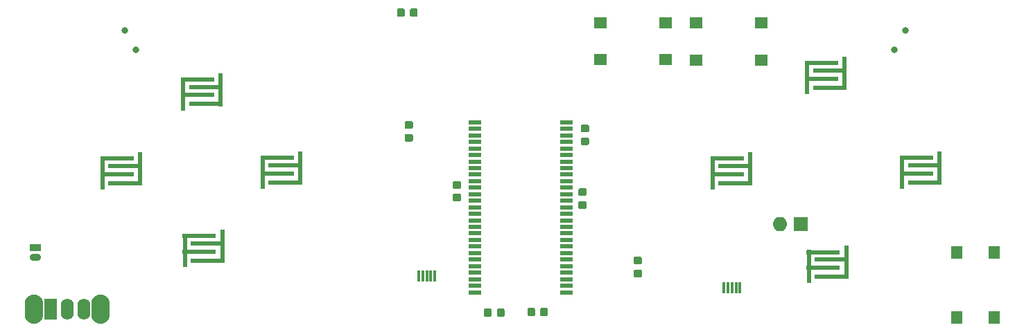
<source format=gbr>
G04 #@! TF.GenerationSoftware,KiCad,Pcbnew,5.1.3-ffb9f22~84~ubuntu18.10.1*
G04 #@! TF.CreationDate,2019-11-11T13:28:35-06:00*
G04 #@! TF.ProjectId,BurnedHead,4275726e-6564-4486-9561-642e6b696361,rev?*
G04 #@! TF.SameCoordinates,Original*
G04 #@! TF.FileFunction,Soldermask,Top*
G04 #@! TF.FilePolarity,Negative*
%FSLAX46Y46*%
G04 Gerber Fmt 4.6, Leading zero omitted, Abs format (unit mm)*
G04 Created by KiCad (PCBNEW 5.1.3-ffb9f22~84~ubuntu18.10.1) date 2019-11-11 13:28:35*
%MOMM*%
%LPD*%
G04 APERTURE LIST*
%ADD10O,1.776200X1.776200*%
%ADD11R,1.776200X1.776200*%
%ADD12R,0.376200X1.376200*%
%ADD13C,0.100000*%
%ADD14C,0.951200*%
%ADD15R,1.516200X0.626200*%
%ADD16R,1.376200X1.626200*%
%ADD17R,1.626200X1.376200*%
%ADD18C,0.826200*%
%ADD19R,1.376200X0.876200*%
%ADD20O,1.376200X0.876200*%
%ADD21R,4.076200X0.576200*%
%ADD22R,0.576200X4.076200*%
%ADD23R,1.576200X2.576200*%
%ADD24O,1.576200X2.576200*%
%ADD25O,2.276200X3.576200*%
G04 APERTURE END LIST*
D10*
X247604280Y-168516300D03*
D11*
X250144280Y-168516300D03*
D12*
X240754660Y-176314620D03*
X241254660Y-176314620D03*
X241754660Y-176314620D03*
X242254660Y-176314620D03*
X242754660Y-176314620D03*
D13*
G36*
X224106899Y-156356280D02*
G01*
X224129983Y-156359704D01*
X224152621Y-156365375D01*
X224174593Y-156373236D01*
X224195689Y-156383214D01*
X224215706Y-156395212D01*
X224234450Y-156409113D01*
X224251741Y-156424785D01*
X224267413Y-156442076D01*
X224281314Y-156460820D01*
X224293312Y-156480837D01*
X224303290Y-156501933D01*
X224311151Y-156523905D01*
X224316822Y-156546543D01*
X224320246Y-156569627D01*
X224321391Y-156592935D01*
X224321391Y-157068535D01*
X224320246Y-157091843D01*
X224316822Y-157114927D01*
X224311151Y-157137565D01*
X224303290Y-157159537D01*
X224293312Y-157180633D01*
X224281314Y-157200650D01*
X224267413Y-157219394D01*
X224251741Y-157236685D01*
X224234450Y-157252357D01*
X224215706Y-157266258D01*
X224195689Y-157278256D01*
X224174593Y-157288234D01*
X224152621Y-157296095D01*
X224129983Y-157301766D01*
X224106899Y-157305190D01*
X224083591Y-157306335D01*
X223532991Y-157306335D01*
X223509683Y-157305190D01*
X223486599Y-157301766D01*
X223463961Y-157296095D01*
X223441989Y-157288234D01*
X223420893Y-157278256D01*
X223400876Y-157266258D01*
X223382132Y-157252357D01*
X223364841Y-157236685D01*
X223349169Y-157219394D01*
X223335268Y-157200650D01*
X223323270Y-157180633D01*
X223313292Y-157159537D01*
X223305431Y-157137565D01*
X223299760Y-157114927D01*
X223296336Y-157091843D01*
X223295191Y-157068535D01*
X223295191Y-156592935D01*
X223296336Y-156569627D01*
X223299760Y-156546543D01*
X223305431Y-156523905D01*
X223313292Y-156501933D01*
X223323270Y-156480837D01*
X223335268Y-156460820D01*
X223349169Y-156442076D01*
X223364841Y-156424785D01*
X223382132Y-156409113D01*
X223400876Y-156395212D01*
X223420893Y-156383214D01*
X223441989Y-156373236D01*
X223463961Y-156365375D01*
X223486599Y-156359704D01*
X223509683Y-156356280D01*
X223532991Y-156355135D01*
X224083591Y-156355135D01*
X224106899Y-156356280D01*
X224106899Y-156356280D01*
G37*
D14*
X223808291Y-156830735D03*
D13*
G36*
X224106899Y-157931280D02*
G01*
X224129983Y-157934704D01*
X224152621Y-157940375D01*
X224174593Y-157948236D01*
X224195689Y-157958214D01*
X224215706Y-157970212D01*
X224234450Y-157984113D01*
X224251741Y-157999785D01*
X224267413Y-158017076D01*
X224281314Y-158035820D01*
X224293312Y-158055837D01*
X224303290Y-158076933D01*
X224311151Y-158098905D01*
X224316822Y-158121543D01*
X224320246Y-158144627D01*
X224321391Y-158167935D01*
X224321391Y-158643535D01*
X224320246Y-158666843D01*
X224316822Y-158689927D01*
X224311151Y-158712565D01*
X224303290Y-158734537D01*
X224293312Y-158755633D01*
X224281314Y-158775650D01*
X224267413Y-158794394D01*
X224251741Y-158811685D01*
X224234450Y-158827357D01*
X224215706Y-158841258D01*
X224195689Y-158853256D01*
X224174593Y-158863234D01*
X224152621Y-158871095D01*
X224129983Y-158876766D01*
X224106899Y-158880190D01*
X224083591Y-158881335D01*
X223532991Y-158881335D01*
X223509683Y-158880190D01*
X223486599Y-158876766D01*
X223463961Y-158871095D01*
X223441989Y-158863234D01*
X223420893Y-158853256D01*
X223400876Y-158841258D01*
X223382132Y-158827357D01*
X223364841Y-158811685D01*
X223349169Y-158794394D01*
X223335268Y-158775650D01*
X223323270Y-158755633D01*
X223313292Y-158734537D01*
X223305431Y-158712565D01*
X223299760Y-158689927D01*
X223296336Y-158666843D01*
X223295191Y-158643535D01*
X223295191Y-158167935D01*
X223296336Y-158144627D01*
X223299760Y-158121543D01*
X223305431Y-158098905D01*
X223313292Y-158076933D01*
X223323270Y-158055837D01*
X223335268Y-158035820D01*
X223349169Y-158017076D01*
X223364841Y-157999785D01*
X223382132Y-157984113D01*
X223400876Y-157970212D01*
X223420893Y-157958214D01*
X223441989Y-157948236D01*
X223463961Y-157940375D01*
X223486599Y-157934704D01*
X223509683Y-157931280D01*
X223532991Y-157930135D01*
X224083591Y-157930135D01*
X224106899Y-157931280D01*
X224106899Y-157931280D01*
G37*
D14*
X223808291Y-158405735D03*
D13*
G36*
X223809129Y-165715215D02*
G01*
X223832213Y-165718639D01*
X223854851Y-165724310D01*
X223876823Y-165732171D01*
X223897919Y-165742149D01*
X223917936Y-165754147D01*
X223936680Y-165768048D01*
X223953971Y-165783720D01*
X223969643Y-165801011D01*
X223983544Y-165819755D01*
X223995542Y-165839772D01*
X224005520Y-165860868D01*
X224013381Y-165882840D01*
X224019052Y-165905478D01*
X224022476Y-165928562D01*
X224023621Y-165951870D01*
X224023621Y-166427470D01*
X224022476Y-166450778D01*
X224019052Y-166473862D01*
X224013381Y-166496500D01*
X224005520Y-166518472D01*
X223995542Y-166539568D01*
X223983544Y-166559585D01*
X223969643Y-166578329D01*
X223953971Y-166595620D01*
X223936680Y-166611292D01*
X223917936Y-166625193D01*
X223897919Y-166637191D01*
X223876823Y-166647169D01*
X223854851Y-166655030D01*
X223832213Y-166660701D01*
X223809129Y-166664125D01*
X223785821Y-166665270D01*
X223235221Y-166665270D01*
X223211913Y-166664125D01*
X223188829Y-166660701D01*
X223166191Y-166655030D01*
X223144219Y-166647169D01*
X223123123Y-166637191D01*
X223103106Y-166625193D01*
X223084362Y-166611292D01*
X223067071Y-166595620D01*
X223051399Y-166578329D01*
X223037498Y-166559585D01*
X223025500Y-166539568D01*
X223015522Y-166518472D01*
X223007661Y-166496500D01*
X223001990Y-166473862D01*
X222998566Y-166450778D01*
X222997421Y-166427470D01*
X222997421Y-165951870D01*
X222998566Y-165928562D01*
X223001990Y-165905478D01*
X223007661Y-165882840D01*
X223015522Y-165860868D01*
X223025500Y-165839772D01*
X223037498Y-165819755D01*
X223051399Y-165801011D01*
X223067071Y-165783720D01*
X223084362Y-165768048D01*
X223103106Y-165754147D01*
X223123123Y-165742149D01*
X223144219Y-165732171D01*
X223166191Y-165724310D01*
X223188829Y-165718639D01*
X223211913Y-165715215D01*
X223235221Y-165714070D01*
X223785821Y-165714070D01*
X223809129Y-165715215D01*
X223809129Y-165715215D01*
G37*
D14*
X223510521Y-166189670D03*
D13*
G36*
X223809129Y-164140215D02*
G01*
X223832213Y-164143639D01*
X223854851Y-164149310D01*
X223876823Y-164157171D01*
X223897919Y-164167149D01*
X223917936Y-164179147D01*
X223936680Y-164193048D01*
X223953971Y-164208720D01*
X223969643Y-164226011D01*
X223983544Y-164244755D01*
X223995542Y-164264772D01*
X224005520Y-164285868D01*
X224013381Y-164307840D01*
X224019052Y-164330478D01*
X224022476Y-164353562D01*
X224023621Y-164376870D01*
X224023621Y-164852470D01*
X224022476Y-164875778D01*
X224019052Y-164898862D01*
X224013381Y-164921500D01*
X224005520Y-164943472D01*
X223995542Y-164964568D01*
X223983544Y-164984585D01*
X223969643Y-165003329D01*
X223953971Y-165020620D01*
X223936680Y-165036292D01*
X223917936Y-165050193D01*
X223897919Y-165062191D01*
X223876823Y-165072169D01*
X223854851Y-165080030D01*
X223832213Y-165085701D01*
X223809129Y-165089125D01*
X223785821Y-165090270D01*
X223235221Y-165090270D01*
X223211913Y-165089125D01*
X223188829Y-165085701D01*
X223166191Y-165080030D01*
X223144219Y-165072169D01*
X223123123Y-165062191D01*
X223103106Y-165050193D01*
X223084362Y-165036292D01*
X223067071Y-165020620D01*
X223051399Y-165003329D01*
X223037498Y-164984585D01*
X223025500Y-164964568D01*
X223015522Y-164943472D01*
X223007661Y-164921500D01*
X223001990Y-164898862D01*
X222998566Y-164875778D01*
X222997421Y-164852470D01*
X222997421Y-164376870D01*
X222998566Y-164353562D01*
X223001990Y-164330478D01*
X223007661Y-164307840D01*
X223015522Y-164285868D01*
X223025500Y-164264772D01*
X223037498Y-164244755D01*
X223051399Y-164226011D01*
X223067071Y-164208720D01*
X223084362Y-164193048D01*
X223103106Y-164179147D01*
X223123123Y-164167149D01*
X223144219Y-164157171D01*
X223166191Y-164149310D01*
X223188829Y-164143639D01*
X223211913Y-164140215D01*
X223235221Y-164139070D01*
X223785821Y-164139070D01*
X223809129Y-164140215D01*
X223809129Y-164140215D01*
G37*
D14*
X223510521Y-164614670D03*
D13*
G36*
X202594033Y-155918129D02*
G01*
X202617117Y-155921553D01*
X202639755Y-155927224D01*
X202661727Y-155935085D01*
X202682823Y-155945063D01*
X202702840Y-155957061D01*
X202721584Y-155970962D01*
X202738875Y-155986634D01*
X202754547Y-156003925D01*
X202768448Y-156022669D01*
X202780446Y-156042686D01*
X202790424Y-156063782D01*
X202798285Y-156085754D01*
X202803956Y-156108392D01*
X202807380Y-156131476D01*
X202808525Y-156154784D01*
X202808525Y-156630384D01*
X202807380Y-156653692D01*
X202803956Y-156676776D01*
X202798285Y-156699414D01*
X202790424Y-156721386D01*
X202780446Y-156742482D01*
X202768448Y-156762499D01*
X202754547Y-156781243D01*
X202738875Y-156798534D01*
X202721584Y-156814206D01*
X202702840Y-156828107D01*
X202682823Y-156840105D01*
X202661727Y-156850083D01*
X202639755Y-156857944D01*
X202617117Y-156863615D01*
X202594033Y-156867039D01*
X202570725Y-156868184D01*
X202020125Y-156868184D01*
X201996817Y-156867039D01*
X201973733Y-156863615D01*
X201951095Y-156857944D01*
X201929123Y-156850083D01*
X201908027Y-156840105D01*
X201888010Y-156828107D01*
X201869266Y-156814206D01*
X201851975Y-156798534D01*
X201836303Y-156781243D01*
X201822402Y-156762499D01*
X201810404Y-156742482D01*
X201800426Y-156721386D01*
X201792565Y-156699414D01*
X201786894Y-156676776D01*
X201783470Y-156653692D01*
X201782325Y-156630384D01*
X201782325Y-156154784D01*
X201783470Y-156131476D01*
X201786894Y-156108392D01*
X201792565Y-156085754D01*
X201800426Y-156063782D01*
X201810404Y-156042686D01*
X201822402Y-156022669D01*
X201836303Y-156003925D01*
X201851975Y-155986634D01*
X201869266Y-155970962D01*
X201888010Y-155957061D01*
X201908027Y-155945063D01*
X201929123Y-155935085D01*
X201951095Y-155927224D01*
X201973733Y-155921553D01*
X201996817Y-155918129D01*
X202020125Y-155916984D01*
X202570725Y-155916984D01*
X202594033Y-155918129D01*
X202594033Y-155918129D01*
G37*
D14*
X202295425Y-156392584D03*
D13*
G36*
X202594033Y-157493129D02*
G01*
X202617117Y-157496553D01*
X202639755Y-157502224D01*
X202661727Y-157510085D01*
X202682823Y-157520063D01*
X202702840Y-157532061D01*
X202721584Y-157545962D01*
X202738875Y-157561634D01*
X202754547Y-157578925D01*
X202768448Y-157597669D01*
X202780446Y-157617686D01*
X202790424Y-157638782D01*
X202798285Y-157660754D01*
X202803956Y-157683392D01*
X202807380Y-157706476D01*
X202808525Y-157729784D01*
X202808525Y-158205384D01*
X202807380Y-158228692D01*
X202803956Y-158251776D01*
X202798285Y-158274414D01*
X202790424Y-158296386D01*
X202780446Y-158317482D01*
X202768448Y-158337499D01*
X202754547Y-158356243D01*
X202738875Y-158373534D01*
X202721584Y-158389206D01*
X202702840Y-158403107D01*
X202682823Y-158415105D01*
X202661727Y-158425083D01*
X202639755Y-158432944D01*
X202617117Y-158438615D01*
X202594033Y-158442039D01*
X202570725Y-158443184D01*
X202020125Y-158443184D01*
X201996817Y-158442039D01*
X201973733Y-158438615D01*
X201951095Y-158432944D01*
X201929123Y-158425083D01*
X201908027Y-158415105D01*
X201888010Y-158403107D01*
X201869266Y-158389206D01*
X201851975Y-158373534D01*
X201836303Y-158356243D01*
X201822402Y-158337499D01*
X201810404Y-158317482D01*
X201800426Y-158296386D01*
X201792565Y-158274414D01*
X201786894Y-158251776D01*
X201783470Y-158228692D01*
X201782325Y-158205384D01*
X201782325Y-157729784D01*
X201783470Y-157706476D01*
X201786894Y-157683392D01*
X201792565Y-157660754D01*
X201800426Y-157638782D01*
X201810404Y-157617686D01*
X201822402Y-157597669D01*
X201836303Y-157578925D01*
X201851975Y-157561634D01*
X201869266Y-157545962D01*
X201888010Y-157532061D01*
X201908027Y-157520063D01*
X201929123Y-157510085D01*
X201951095Y-157502224D01*
X201973733Y-157496553D01*
X201996817Y-157493129D01*
X202020125Y-157491984D01*
X202570725Y-157491984D01*
X202594033Y-157493129D01*
X202594033Y-157493129D01*
G37*
D14*
X202295425Y-157967584D03*
D13*
G36*
X213786642Y-178864687D02*
G01*
X213809726Y-178868111D01*
X213832364Y-178873782D01*
X213854336Y-178881643D01*
X213875432Y-178891621D01*
X213895449Y-178903619D01*
X213914193Y-178917520D01*
X213931484Y-178933192D01*
X213947156Y-178950483D01*
X213961057Y-178969227D01*
X213973055Y-178989244D01*
X213983033Y-179010340D01*
X213990894Y-179032312D01*
X213996565Y-179054950D01*
X213999989Y-179078034D01*
X214001134Y-179101342D01*
X214001134Y-179651942D01*
X213999989Y-179675250D01*
X213996565Y-179698334D01*
X213990894Y-179720972D01*
X213983033Y-179742944D01*
X213973055Y-179764040D01*
X213961057Y-179784057D01*
X213947156Y-179802801D01*
X213931484Y-179820092D01*
X213914193Y-179835764D01*
X213895449Y-179849665D01*
X213875432Y-179861663D01*
X213854336Y-179871641D01*
X213832364Y-179879502D01*
X213809726Y-179885173D01*
X213786642Y-179888597D01*
X213763334Y-179889742D01*
X213287734Y-179889742D01*
X213264426Y-179888597D01*
X213241342Y-179885173D01*
X213218704Y-179879502D01*
X213196732Y-179871641D01*
X213175636Y-179861663D01*
X213155619Y-179849665D01*
X213136875Y-179835764D01*
X213119584Y-179820092D01*
X213103912Y-179802801D01*
X213090011Y-179784057D01*
X213078013Y-179764040D01*
X213068035Y-179742944D01*
X213060174Y-179720972D01*
X213054503Y-179698334D01*
X213051079Y-179675250D01*
X213049934Y-179651942D01*
X213049934Y-179101342D01*
X213051079Y-179078034D01*
X213054503Y-179054950D01*
X213060174Y-179032312D01*
X213068035Y-179010340D01*
X213078013Y-178989244D01*
X213090011Y-178969227D01*
X213103912Y-178950483D01*
X213119584Y-178933192D01*
X213136875Y-178917520D01*
X213155619Y-178903619D01*
X213175636Y-178891621D01*
X213196732Y-178881643D01*
X213218704Y-178873782D01*
X213241342Y-178868111D01*
X213264426Y-178864687D01*
X213287734Y-178863542D01*
X213763334Y-178863542D01*
X213786642Y-178864687D01*
X213786642Y-178864687D01*
G37*
D14*
X213525534Y-179376642D03*
D13*
G36*
X212211642Y-178864687D02*
G01*
X212234726Y-178868111D01*
X212257364Y-178873782D01*
X212279336Y-178881643D01*
X212300432Y-178891621D01*
X212320449Y-178903619D01*
X212339193Y-178917520D01*
X212356484Y-178933192D01*
X212372156Y-178950483D01*
X212386057Y-178969227D01*
X212398055Y-178989244D01*
X212408033Y-179010340D01*
X212415894Y-179032312D01*
X212421565Y-179054950D01*
X212424989Y-179078034D01*
X212426134Y-179101342D01*
X212426134Y-179651942D01*
X212424989Y-179675250D01*
X212421565Y-179698334D01*
X212415894Y-179720972D01*
X212408033Y-179742944D01*
X212398055Y-179764040D01*
X212386057Y-179784057D01*
X212372156Y-179802801D01*
X212356484Y-179820092D01*
X212339193Y-179835764D01*
X212320449Y-179849665D01*
X212300432Y-179861663D01*
X212279336Y-179871641D01*
X212257364Y-179879502D01*
X212234726Y-179885173D01*
X212211642Y-179888597D01*
X212188334Y-179889742D01*
X211712734Y-179889742D01*
X211689426Y-179888597D01*
X211666342Y-179885173D01*
X211643704Y-179879502D01*
X211621732Y-179871641D01*
X211600636Y-179861663D01*
X211580619Y-179849665D01*
X211561875Y-179835764D01*
X211544584Y-179820092D01*
X211528912Y-179802801D01*
X211515011Y-179784057D01*
X211503013Y-179764040D01*
X211493035Y-179742944D01*
X211485174Y-179720972D01*
X211479503Y-179698334D01*
X211476079Y-179675250D01*
X211474934Y-179651942D01*
X211474934Y-179101342D01*
X211476079Y-179078034D01*
X211479503Y-179054950D01*
X211485174Y-179032312D01*
X211493035Y-179010340D01*
X211503013Y-178989244D01*
X211515011Y-178969227D01*
X211528912Y-178950483D01*
X211544584Y-178933192D01*
X211561875Y-178917520D01*
X211580619Y-178903619D01*
X211600636Y-178891621D01*
X211621732Y-178881643D01*
X211643704Y-178873782D01*
X211666342Y-178868111D01*
X211689426Y-178864687D01*
X211712734Y-178863542D01*
X212188334Y-178863542D01*
X212211642Y-178864687D01*
X212211642Y-178864687D01*
G37*
D14*
X211950534Y-179376642D03*
D13*
G36*
X219087288Y-178776485D02*
G01*
X219110372Y-178779909D01*
X219133010Y-178785580D01*
X219154982Y-178793441D01*
X219176078Y-178803419D01*
X219196095Y-178815417D01*
X219214839Y-178829318D01*
X219232130Y-178844990D01*
X219247802Y-178862281D01*
X219261703Y-178881025D01*
X219273701Y-178901042D01*
X219283679Y-178922138D01*
X219291540Y-178944110D01*
X219297211Y-178966748D01*
X219300635Y-178989832D01*
X219301780Y-179013140D01*
X219301780Y-179563740D01*
X219300635Y-179587048D01*
X219297211Y-179610132D01*
X219291540Y-179632770D01*
X219283679Y-179654742D01*
X219273701Y-179675838D01*
X219261703Y-179695855D01*
X219247802Y-179714599D01*
X219232130Y-179731890D01*
X219214839Y-179747562D01*
X219196095Y-179761463D01*
X219176078Y-179773461D01*
X219154982Y-179783439D01*
X219133010Y-179791300D01*
X219110372Y-179796971D01*
X219087288Y-179800395D01*
X219063980Y-179801540D01*
X218588380Y-179801540D01*
X218565072Y-179800395D01*
X218541988Y-179796971D01*
X218519350Y-179791300D01*
X218497378Y-179783439D01*
X218476282Y-179773461D01*
X218456265Y-179761463D01*
X218437521Y-179747562D01*
X218420230Y-179731890D01*
X218404558Y-179714599D01*
X218390657Y-179695855D01*
X218378659Y-179675838D01*
X218368681Y-179654742D01*
X218360820Y-179632770D01*
X218355149Y-179610132D01*
X218351725Y-179587048D01*
X218350580Y-179563740D01*
X218350580Y-179013140D01*
X218351725Y-178989832D01*
X218355149Y-178966748D01*
X218360820Y-178944110D01*
X218368681Y-178922138D01*
X218378659Y-178901042D01*
X218390657Y-178881025D01*
X218404558Y-178862281D01*
X218420230Y-178844990D01*
X218437521Y-178829318D01*
X218456265Y-178815417D01*
X218476282Y-178803419D01*
X218497378Y-178793441D01*
X218519350Y-178785580D01*
X218541988Y-178779909D01*
X218565072Y-178776485D01*
X218588380Y-178775340D01*
X219063980Y-178775340D01*
X219087288Y-178776485D01*
X219087288Y-178776485D01*
G37*
D14*
X218826180Y-179288440D03*
D13*
G36*
X217512288Y-178776485D02*
G01*
X217535372Y-178779909D01*
X217558010Y-178785580D01*
X217579982Y-178793441D01*
X217601078Y-178803419D01*
X217621095Y-178815417D01*
X217639839Y-178829318D01*
X217657130Y-178844990D01*
X217672802Y-178862281D01*
X217686703Y-178881025D01*
X217698701Y-178901042D01*
X217708679Y-178922138D01*
X217716540Y-178944110D01*
X217722211Y-178966748D01*
X217725635Y-178989832D01*
X217726780Y-179013140D01*
X217726780Y-179563740D01*
X217725635Y-179587048D01*
X217722211Y-179610132D01*
X217716540Y-179632770D01*
X217708679Y-179654742D01*
X217698701Y-179675838D01*
X217686703Y-179695855D01*
X217672802Y-179714599D01*
X217657130Y-179731890D01*
X217639839Y-179747562D01*
X217621095Y-179761463D01*
X217601078Y-179773461D01*
X217579982Y-179783439D01*
X217558010Y-179791300D01*
X217535372Y-179796971D01*
X217512288Y-179800395D01*
X217488980Y-179801540D01*
X217013380Y-179801540D01*
X216990072Y-179800395D01*
X216966988Y-179796971D01*
X216944350Y-179791300D01*
X216922378Y-179783439D01*
X216901282Y-179773461D01*
X216881265Y-179761463D01*
X216862521Y-179747562D01*
X216845230Y-179731890D01*
X216829558Y-179714599D01*
X216815657Y-179695855D01*
X216803659Y-179675838D01*
X216793681Y-179654742D01*
X216785820Y-179632770D01*
X216780149Y-179610132D01*
X216776725Y-179587048D01*
X216775580Y-179563740D01*
X216775580Y-179013140D01*
X216776725Y-178989832D01*
X216780149Y-178966748D01*
X216785820Y-178944110D01*
X216793681Y-178922138D01*
X216803659Y-178901042D01*
X216815657Y-178881025D01*
X216829558Y-178862281D01*
X216845230Y-178844990D01*
X216862521Y-178829318D01*
X216881265Y-178815417D01*
X216901282Y-178803419D01*
X216922378Y-178793441D01*
X216944350Y-178785580D01*
X216966988Y-178779909D01*
X216990072Y-178776485D01*
X217013380Y-178775340D01*
X217488980Y-178775340D01*
X217512288Y-178776485D01*
X217512288Y-178776485D01*
G37*
D14*
X217251180Y-179288440D03*
D13*
G36*
X230562308Y-174094765D02*
G01*
X230585392Y-174098189D01*
X230608030Y-174103860D01*
X230630002Y-174111721D01*
X230651098Y-174121699D01*
X230671115Y-174133697D01*
X230689859Y-174147598D01*
X230707150Y-174163270D01*
X230722822Y-174180561D01*
X230736723Y-174199305D01*
X230748721Y-174219322D01*
X230758699Y-174240418D01*
X230766560Y-174262390D01*
X230772231Y-174285028D01*
X230775655Y-174308112D01*
X230776800Y-174331420D01*
X230776800Y-174807020D01*
X230775655Y-174830328D01*
X230772231Y-174853412D01*
X230766560Y-174876050D01*
X230758699Y-174898022D01*
X230748721Y-174919118D01*
X230736723Y-174939135D01*
X230722822Y-174957879D01*
X230707150Y-174975170D01*
X230689859Y-174990842D01*
X230671115Y-175004743D01*
X230651098Y-175016741D01*
X230630002Y-175026719D01*
X230608030Y-175034580D01*
X230585392Y-175040251D01*
X230562308Y-175043675D01*
X230539000Y-175044820D01*
X229988400Y-175044820D01*
X229965092Y-175043675D01*
X229942008Y-175040251D01*
X229919370Y-175034580D01*
X229897398Y-175026719D01*
X229876302Y-175016741D01*
X229856285Y-175004743D01*
X229837541Y-174990842D01*
X229820250Y-174975170D01*
X229804578Y-174957879D01*
X229790677Y-174939135D01*
X229778679Y-174919118D01*
X229768701Y-174898022D01*
X229760840Y-174876050D01*
X229755169Y-174853412D01*
X229751745Y-174830328D01*
X229750600Y-174807020D01*
X229750600Y-174331420D01*
X229751745Y-174308112D01*
X229755169Y-174285028D01*
X229760840Y-174262390D01*
X229768701Y-174240418D01*
X229778679Y-174219322D01*
X229790677Y-174199305D01*
X229804578Y-174180561D01*
X229820250Y-174163270D01*
X229837541Y-174147598D01*
X229856285Y-174133697D01*
X229876302Y-174121699D01*
X229897398Y-174111721D01*
X229919370Y-174103860D01*
X229942008Y-174098189D01*
X229965092Y-174094765D01*
X229988400Y-174093620D01*
X230539000Y-174093620D01*
X230562308Y-174094765D01*
X230562308Y-174094765D01*
G37*
D14*
X230263700Y-174569220D03*
D13*
G36*
X230562308Y-172519765D02*
G01*
X230585392Y-172523189D01*
X230608030Y-172528860D01*
X230630002Y-172536721D01*
X230651098Y-172546699D01*
X230671115Y-172558697D01*
X230689859Y-172572598D01*
X230707150Y-172588270D01*
X230722822Y-172605561D01*
X230736723Y-172624305D01*
X230748721Y-172644322D01*
X230758699Y-172665418D01*
X230766560Y-172687390D01*
X230772231Y-172710028D01*
X230775655Y-172733112D01*
X230776800Y-172756420D01*
X230776800Y-173232020D01*
X230775655Y-173255328D01*
X230772231Y-173278412D01*
X230766560Y-173301050D01*
X230758699Y-173323022D01*
X230748721Y-173344118D01*
X230736723Y-173364135D01*
X230722822Y-173382879D01*
X230707150Y-173400170D01*
X230689859Y-173415842D01*
X230671115Y-173429743D01*
X230651098Y-173441741D01*
X230630002Y-173451719D01*
X230608030Y-173459580D01*
X230585392Y-173465251D01*
X230562308Y-173468675D01*
X230539000Y-173469820D01*
X229988400Y-173469820D01*
X229965092Y-173468675D01*
X229942008Y-173465251D01*
X229919370Y-173459580D01*
X229897398Y-173451719D01*
X229876302Y-173441741D01*
X229856285Y-173429743D01*
X229837541Y-173415842D01*
X229820250Y-173400170D01*
X229804578Y-173382879D01*
X229790677Y-173364135D01*
X229778679Y-173344118D01*
X229768701Y-173323022D01*
X229760840Y-173301050D01*
X229755169Y-173278412D01*
X229751745Y-173255328D01*
X229750600Y-173232020D01*
X229750600Y-172756420D01*
X229751745Y-172733112D01*
X229755169Y-172710028D01*
X229760840Y-172687390D01*
X229768701Y-172665418D01*
X229778679Y-172644322D01*
X229790677Y-172624305D01*
X229804578Y-172605561D01*
X229820250Y-172588270D01*
X229837541Y-172572598D01*
X229856285Y-172558697D01*
X229876302Y-172546699D01*
X229897398Y-172536721D01*
X229919370Y-172528860D01*
X229942008Y-172523189D01*
X229965092Y-172519765D01*
X229988400Y-172518620D01*
X230539000Y-172518620D01*
X230562308Y-172519765D01*
X230562308Y-172519765D01*
G37*
D14*
X230263700Y-172994220D03*
D13*
G36*
X203174221Y-142135996D02*
G01*
X203197305Y-142139420D01*
X203219943Y-142145091D01*
X203241915Y-142152952D01*
X203263011Y-142162930D01*
X203283028Y-142174928D01*
X203301772Y-142188829D01*
X203319063Y-142204501D01*
X203334735Y-142221792D01*
X203348636Y-142240536D01*
X203360634Y-142260553D01*
X203370612Y-142281649D01*
X203378473Y-142303621D01*
X203384144Y-142326259D01*
X203387568Y-142349343D01*
X203388713Y-142372651D01*
X203388713Y-142923251D01*
X203387568Y-142946559D01*
X203384144Y-142969643D01*
X203378473Y-142992281D01*
X203370612Y-143014253D01*
X203360634Y-143035349D01*
X203348636Y-143055366D01*
X203334735Y-143074110D01*
X203319063Y-143091401D01*
X203301772Y-143107073D01*
X203283028Y-143120974D01*
X203263011Y-143132972D01*
X203241915Y-143142950D01*
X203219943Y-143150811D01*
X203197305Y-143156482D01*
X203174221Y-143159906D01*
X203150913Y-143161051D01*
X202675313Y-143161051D01*
X202652005Y-143159906D01*
X202628921Y-143156482D01*
X202606283Y-143150811D01*
X202584311Y-143142950D01*
X202563215Y-143132972D01*
X202543198Y-143120974D01*
X202524454Y-143107073D01*
X202507163Y-143091401D01*
X202491491Y-143074110D01*
X202477590Y-143055366D01*
X202465592Y-143035349D01*
X202455614Y-143014253D01*
X202447753Y-142992281D01*
X202442082Y-142969643D01*
X202438658Y-142946559D01*
X202437513Y-142923251D01*
X202437513Y-142372651D01*
X202438658Y-142349343D01*
X202442082Y-142326259D01*
X202447753Y-142303621D01*
X202455614Y-142281649D01*
X202465592Y-142260553D01*
X202477590Y-142240536D01*
X202491491Y-142221792D01*
X202507163Y-142204501D01*
X202524454Y-142188829D01*
X202543198Y-142174928D01*
X202563215Y-142162930D01*
X202584311Y-142152952D01*
X202606283Y-142145091D01*
X202628921Y-142139420D01*
X202652005Y-142135996D01*
X202675313Y-142134851D01*
X203150913Y-142134851D01*
X203174221Y-142135996D01*
X203174221Y-142135996D01*
G37*
D14*
X202913113Y-142647951D03*
D13*
G36*
X201599221Y-142135996D02*
G01*
X201622305Y-142139420D01*
X201644943Y-142145091D01*
X201666915Y-142152952D01*
X201688011Y-142162930D01*
X201708028Y-142174928D01*
X201726772Y-142188829D01*
X201744063Y-142204501D01*
X201759735Y-142221792D01*
X201773636Y-142240536D01*
X201785634Y-142260553D01*
X201795612Y-142281649D01*
X201803473Y-142303621D01*
X201809144Y-142326259D01*
X201812568Y-142349343D01*
X201813713Y-142372651D01*
X201813713Y-142923251D01*
X201812568Y-142946559D01*
X201809144Y-142969643D01*
X201803473Y-142992281D01*
X201795612Y-143014253D01*
X201785634Y-143035349D01*
X201773636Y-143055366D01*
X201759735Y-143074110D01*
X201744063Y-143091401D01*
X201726772Y-143107073D01*
X201708028Y-143120974D01*
X201688011Y-143132972D01*
X201666915Y-143142950D01*
X201644943Y-143150811D01*
X201622305Y-143156482D01*
X201599221Y-143159906D01*
X201575913Y-143161051D01*
X201100313Y-143161051D01*
X201077005Y-143159906D01*
X201053921Y-143156482D01*
X201031283Y-143150811D01*
X201009311Y-143142950D01*
X200988215Y-143132972D01*
X200968198Y-143120974D01*
X200949454Y-143107073D01*
X200932163Y-143091401D01*
X200916491Y-143074110D01*
X200902590Y-143055366D01*
X200890592Y-143035349D01*
X200880614Y-143014253D01*
X200872753Y-142992281D01*
X200867082Y-142969643D01*
X200863658Y-142946559D01*
X200862513Y-142923251D01*
X200862513Y-142372651D01*
X200863658Y-142349343D01*
X200867082Y-142326259D01*
X200872753Y-142303621D01*
X200880614Y-142281649D01*
X200890592Y-142260553D01*
X200902590Y-142240536D01*
X200916491Y-142221792D01*
X200932163Y-142204501D01*
X200949454Y-142188829D01*
X200968198Y-142174928D01*
X200988215Y-142162930D01*
X201009311Y-142152952D01*
X201031283Y-142145091D01*
X201053921Y-142139420D01*
X201077005Y-142135996D01*
X201100313Y-142134851D01*
X201575913Y-142134851D01*
X201599221Y-142135996D01*
X201599221Y-142135996D01*
G37*
D14*
X201338113Y-142647951D03*
D13*
G36*
X208477437Y-164825076D02*
G01*
X208500521Y-164828500D01*
X208523159Y-164834171D01*
X208545131Y-164842032D01*
X208566227Y-164852010D01*
X208586244Y-164864008D01*
X208604988Y-164877909D01*
X208622279Y-164893581D01*
X208637951Y-164910872D01*
X208651852Y-164929616D01*
X208663850Y-164949633D01*
X208673828Y-164970729D01*
X208681689Y-164992701D01*
X208687360Y-165015339D01*
X208690784Y-165038423D01*
X208691929Y-165061731D01*
X208691929Y-165537331D01*
X208690784Y-165560639D01*
X208687360Y-165583723D01*
X208681689Y-165606361D01*
X208673828Y-165628333D01*
X208663850Y-165649429D01*
X208651852Y-165669446D01*
X208637951Y-165688190D01*
X208622279Y-165705481D01*
X208604988Y-165721153D01*
X208586244Y-165735054D01*
X208566227Y-165747052D01*
X208545131Y-165757030D01*
X208523159Y-165764891D01*
X208500521Y-165770562D01*
X208477437Y-165773986D01*
X208454129Y-165775131D01*
X207903529Y-165775131D01*
X207880221Y-165773986D01*
X207857137Y-165770562D01*
X207834499Y-165764891D01*
X207812527Y-165757030D01*
X207791431Y-165747052D01*
X207771414Y-165735054D01*
X207752670Y-165721153D01*
X207735379Y-165705481D01*
X207719707Y-165688190D01*
X207705806Y-165669446D01*
X207693808Y-165649429D01*
X207683830Y-165628333D01*
X207675969Y-165606361D01*
X207670298Y-165583723D01*
X207666874Y-165560639D01*
X207665729Y-165537331D01*
X207665729Y-165061731D01*
X207666874Y-165038423D01*
X207670298Y-165015339D01*
X207675969Y-164992701D01*
X207683830Y-164970729D01*
X207693808Y-164949633D01*
X207705806Y-164929616D01*
X207719707Y-164910872D01*
X207735379Y-164893581D01*
X207752670Y-164877909D01*
X207771414Y-164864008D01*
X207791431Y-164852010D01*
X207812527Y-164842032D01*
X207834499Y-164834171D01*
X207857137Y-164828500D01*
X207880221Y-164825076D01*
X207903529Y-164823931D01*
X208454129Y-164823931D01*
X208477437Y-164825076D01*
X208477437Y-164825076D01*
G37*
D14*
X208178829Y-165299531D03*
D13*
G36*
X208477437Y-163250076D02*
G01*
X208500521Y-163253500D01*
X208523159Y-163259171D01*
X208545131Y-163267032D01*
X208566227Y-163277010D01*
X208586244Y-163289008D01*
X208604988Y-163302909D01*
X208622279Y-163318581D01*
X208637951Y-163335872D01*
X208651852Y-163354616D01*
X208663850Y-163374633D01*
X208673828Y-163395729D01*
X208681689Y-163417701D01*
X208687360Y-163440339D01*
X208690784Y-163463423D01*
X208691929Y-163486731D01*
X208691929Y-163962331D01*
X208690784Y-163985639D01*
X208687360Y-164008723D01*
X208681689Y-164031361D01*
X208673828Y-164053333D01*
X208663850Y-164074429D01*
X208651852Y-164094446D01*
X208637951Y-164113190D01*
X208622279Y-164130481D01*
X208604988Y-164146153D01*
X208586244Y-164160054D01*
X208566227Y-164172052D01*
X208545131Y-164182030D01*
X208523159Y-164189891D01*
X208500521Y-164195562D01*
X208477437Y-164198986D01*
X208454129Y-164200131D01*
X207903529Y-164200131D01*
X207880221Y-164198986D01*
X207857137Y-164195562D01*
X207834499Y-164189891D01*
X207812527Y-164182030D01*
X207791431Y-164172052D01*
X207771414Y-164160054D01*
X207752670Y-164146153D01*
X207735379Y-164130481D01*
X207719707Y-164113190D01*
X207705806Y-164094446D01*
X207693808Y-164074429D01*
X207683830Y-164053333D01*
X207675969Y-164031361D01*
X207670298Y-164008723D01*
X207666874Y-163985639D01*
X207665729Y-163962331D01*
X207665729Y-163486731D01*
X207666874Y-163463423D01*
X207670298Y-163440339D01*
X207675969Y-163417701D01*
X207683830Y-163395729D01*
X207693808Y-163374633D01*
X207705806Y-163354616D01*
X207719707Y-163335872D01*
X207735379Y-163318581D01*
X207752670Y-163302909D01*
X207771414Y-163289008D01*
X207791431Y-163277010D01*
X207812527Y-163267032D01*
X207834499Y-163259171D01*
X207857137Y-163253500D01*
X207880221Y-163250076D01*
X207903529Y-163248931D01*
X208454129Y-163248931D01*
X208477437Y-163250076D01*
X208477437Y-163250076D01*
G37*
D14*
X208178829Y-163724531D03*
D15*
X221585000Y-156079000D03*
X221585000Y-156879000D03*
X221585000Y-157679000D03*
X221585000Y-158479000D03*
X221585000Y-159279000D03*
X221585000Y-160079000D03*
X221585000Y-160879000D03*
X221585000Y-161679000D03*
X221585000Y-162479000D03*
X221585000Y-163279000D03*
X221585000Y-164079000D03*
X221585000Y-164879000D03*
X221585000Y-165679000D03*
X221585000Y-166479000D03*
X221585000Y-167279000D03*
X221585000Y-168079000D03*
X221585000Y-168879000D03*
X221585000Y-169679000D03*
X221585000Y-170479000D03*
X221585000Y-171279000D03*
X221585000Y-172079000D03*
X221585000Y-172879000D03*
X221585000Y-173679000D03*
X221585000Y-174479000D03*
X221585000Y-175279000D03*
X221585000Y-176079000D03*
X221585000Y-176879000D03*
X210345000Y-176879000D03*
X210345000Y-176079000D03*
X210345000Y-175279000D03*
X210345000Y-174479000D03*
X210345000Y-173679000D03*
X210345000Y-172879000D03*
X210345000Y-172079000D03*
X210345000Y-171279000D03*
X210345000Y-170479000D03*
X210345000Y-169679000D03*
X210345000Y-168879000D03*
X210345000Y-168079000D03*
X210345000Y-167279000D03*
X210345000Y-166479000D03*
X210345000Y-165679000D03*
X210345000Y-164879000D03*
X210345000Y-164079000D03*
X210345000Y-163279000D03*
X210345000Y-162479000D03*
X210345000Y-161679000D03*
X210345000Y-160879000D03*
X210345000Y-160079000D03*
X210345000Y-159279000D03*
X210345000Y-158479000D03*
X210345000Y-157679000D03*
X210345000Y-156879000D03*
X210345000Y-156079000D03*
D12*
X203497940Y-174920160D03*
X203997940Y-174920160D03*
X204497940Y-174920160D03*
X204997940Y-174920160D03*
X205497940Y-174920160D03*
D16*
X269253140Y-179963900D03*
X273753140Y-179963900D03*
X273753140Y-172003900D03*
X269253140Y-172003900D03*
D17*
X245360000Y-148430000D03*
X245360000Y-143930000D03*
X237400000Y-143930000D03*
X237400000Y-148430000D03*
X233640000Y-148370000D03*
X233640000Y-143870000D03*
X225680000Y-143870000D03*
X225680000Y-148370000D03*
D18*
X262942500Y-144859215D03*
X261567500Y-147240785D03*
X167587500Y-144859215D03*
X168962500Y-147240785D03*
D19*
X156721000Y-171382000D03*
D20*
X156721000Y-172632000D03*
D21*
X252685000Y-148835000D03*
D22*
X255485000Y-150085000D03*
D21*
X253685000Y-151835000D03*
X253685000Y-149735000D03*
X252685000Y-150735000D03*
D22*
X250935000Y-150585000D03*
D21*
X253915000Y-172885000D03*
D22*
X255715000Y-173235000D03*
D21*
X253915000Y-174985000D03*
X252915000Y-171985000D03*
D22*
X251165000Y-173735000D03*
D21*
X252915000Y-173885000D03*
X241155000Y-160535000D03*
X241155000Y-162435000D03*
D22*
X239405000Y-162285000D03*
D21*
X242155000Y-163535000D03*
D22*
X243955000Y-161785000D03*
D21*
X242155000Y-161435000D03*
X265315000Y-161325000D03*
D22*
X267115000Y-161675000D03*
D21*
X265315000Y-163425000D03*
D22*
X262565000Y-162175000D03*
D21*
X264315000Y-162325000D03*
X264315000Y-160425000D03*
X176485000Y-150835000D03*
D22*
X179285000Y-152085000D03*
D21*
X177485000Y-153835000D03*
X177485000Y-151735000D03*
X176485000Y-152735000D03*
D22*
X174735000Y-152585000D03*
D21*
X177715000Y-170885000D03*
D22*
X179515000Y-171235000D03*
D21*
X177715000Y-172985000D03*
X176715000Y-169985000D03*
D22*
X174965000Y-171735000D03*
D21*
X176715000Y-171885000D03*
X166655000Y-160535000D03*
X166655000Y-162435000D03*
D22*
X164905000Y-162285000D03*
D21*
X167655000Y-163535000D03*
D22*
X169455000Y-161785000D03*
D21*
X167655000Y-161435000D03*
X187215000Y-161325000D03*
D22*
X189015000Y-161675000D03*
D21*
X187215000Y-163425000D03*
D22*
X184465000Y-162175000D03*
D21*
X186215000Y-162325000D03*
X186215000Y-160425000D03*
D23*
X158595060Y-178917600D03*
D24*
X160595060Y-178917600D03*
X162595060Y-178917600D03*
D25*
X156495060Y-178917600D03*
X164695060Y-178917600D03*
M02*

</source>
